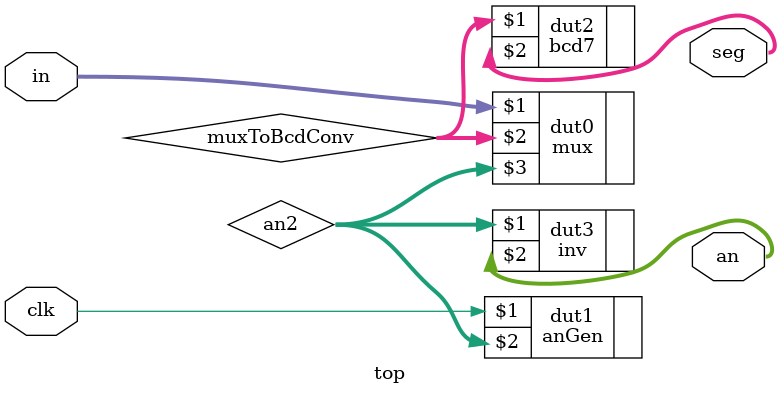
<source format=v>
`timescale 1ns / 1ps


module top( in, clk, an, seg );

input [15:0] in;

input clk;

output [3:0] an;

output [6:0] seg;

wire [1:0] an2;

wire [1:0] anToMux, anToInv;

wire [3:0] muxToBcdConv;

mux dut0 (in, muxToBcdConv, an2 ); 

anGen dut1( clk, an2 );

bcd7 dut2( muxToBcdConv, seg );

inv dut3( an2, an );


endmodule

</source>
